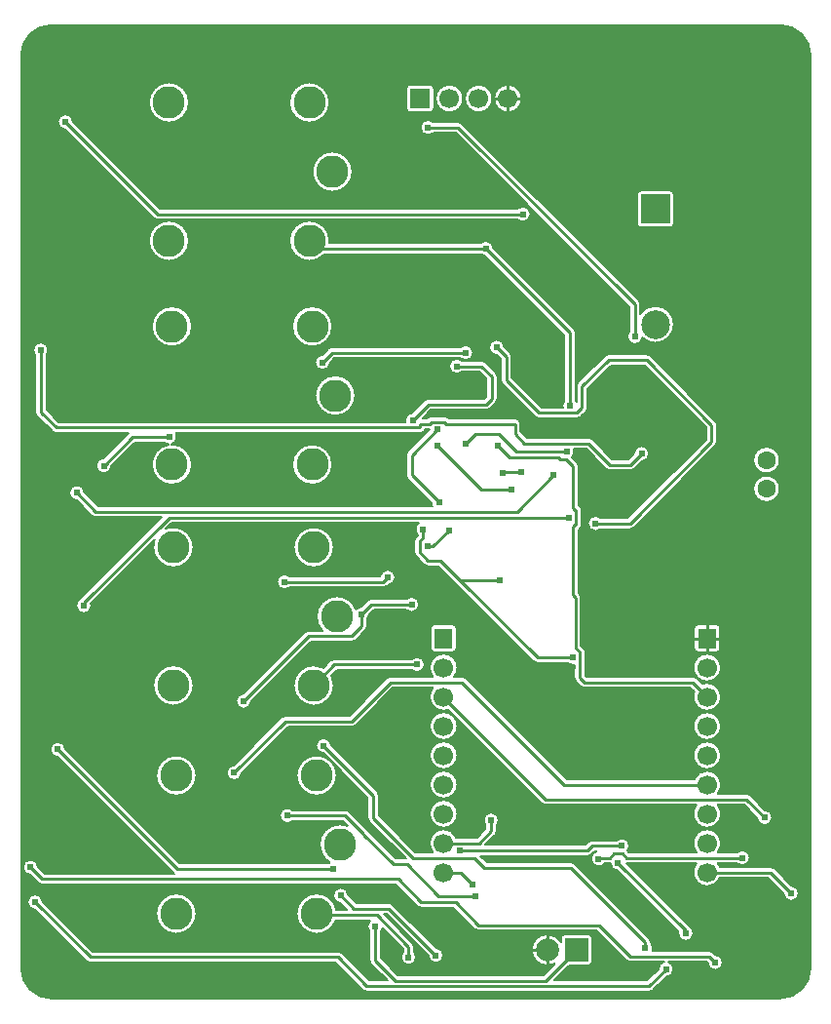
<source format=gbl>
G04 Layer: BottomLayer*
G04 EasyEDA Pro v2.1.35.b8f67982.0908df, 2024-06-03 14:47:18*
G04 Gerber Generator version 0.3*
G04 Scale: 100 percent, Rotated: No, Reflected: No*
G04 Dimensions in millimeters*
G04 Leading zeros omitted, absolute positions, 3 integers and 3 decimals*
%FSLAX33Y33*%
%MOMM*%
%ADD8191C,0.203*%
%ADD10C,0.254*%
%ADD11C,2.794*%
%ADD12R,1.575X1.7*%
%ADD13C,1.7*%
%ADD14R,2.0X2.0*%
%ADD15C,2.0051*%
%ADD16C,2.0*%
%ADD17C,1.6*%
%ADD18R,2.5X2.5*%
%ADD19C,2.5*%
%ADD20R,1.7X1.7*%
%ADD21C,0.61*%
G75*


G04 Copper Start*
G36*
G01X16462Y-88796D02*
G02X13820Y-86154I0J2642D01*
G01Y-6937D01*
G02X16462Y-4295I2642J0D01*
G01X79804D01*
G02X82446Y-6937I0J-2642D01*
G01Y-86154D01*
G02X79804Y-88796I-2642J0D01*
G01X16462D01*
G37*
%LPC*%
G36*
G01X73452Y-63819D02*
G03X74660Y-62611I0J1208D01*
G03X73452Y-61403I-1208J0D01*
G03X73013Y-61486I0J-1208D01*
G01X72525Y-60998D01*
G03X72182Y-60856I-343J-343D01*
G01X62975D01*
G01X62877Y-60758D01*
G01Y-60250D01*
G03X62880Y-60198I-482J52D01*
G01Y-58725D01*
G03X62737Y-58382I-485J0D01*
G01X62496Y-58141D01*
G01Y-54009D01*
G03X62354Y-53666I-485J0D01*
G01X62270Y-53581D01*
G01Y-48109D01*
G03X62550Y-47669I-205J440D01*
G01Y-46397D01*
G03X62270Y-45957I-485J0D01*
G01Y-42553D01*
G03X62127Y-42209I-485J0D01*
G01X61717Y-41799D01*
G03X61911Y-41330I-469J469D01*
G03X61864Y-41084I-663J0D01*
G01X62925D01*
G01X64652Y-42811D01*
G03X64995Y-42953I343J343D01*
G01X66774D01*
G03X67117Y-42811I0J485D01*
G01X67777Y-42151D01*
G03X68417Y-41488I-23J663D01*
G03X67754Y-40825I-663J0D01*
G03X67091Y-41464I0J-663D01*
G01X66573Y-41982D01*
G01X65196D01*
G01X63469Y-40256D01*
G03X63126Y-40114I-343J-343D01*
G01X57789D01*
G01X57231Y-39555D01*
G01Y-38914D01*
G03X56746Y-38429I-485J0D01*
G01X51051D01*
G03X50683Y-38259I-368J-316D01*
G01X49411D01*
G03X49042Y-38429I0J-485D01*
G01X48730D01*
G01X49462Y-37696D01*
G01X54261D01*
G03X54604Y-37554I0J485D01*
G01X55080Y-37078D01*
G03X55222Y-36735I-343J343D01*
G01Y-34798D01*
G03X55080Y-34455I-485J0D01*
G01X54191Y-33566D01*
G03X53848Y-33424I-343J-343D01*
G01X52141D01*
G03X51689Y-33246I-452J-485D01*
G03X51026Y-33909I0J-663D01*
G03X51689Y-34572I663J0D01*
G03X52141Y-34394I0J663D01*
G01X53647D01*
G01X54252Y-34999D01*
G01Y-36534D01*
G01X54060Y-36726D01*
G01X49261D01*
G03X48918Y-36868I0J-485D01*
G01X47849Y-37937D01*
G03X47209Y-38600I23J-663D01*
G03X47227Y-38751I663J0D01*
G01X17085D01*
G01X16024Y-37690D01*
G01Y-32956D01*
G03X16202Y-32504I-485J452D01*
G03X15539Y-31841I-663J0D01*
G03X14876Y-32504I0J-663D01*
G03X15054Y-32956I663J0D01*
G01Y-37891D01*
G03X15196Y-38234I485J0D01*
G01X16541Y-39579D01*
G03X16884Y-39721I343J343D01*
G01X23153D01*
G01X20992Y-41882D01*
G03X20352Y-42545I23J-663D01*
G03X21015Y-43208I663J0D01*
G03X21678Y-42568I0J663D01*
G01X23712Y-40534D01*
G01X26256D01*
G03X26683Y-40712I452J485D01*
G03X25181Y-42448I253J-1737D01*
G03X26936Y-44204I1755J0D01*
G03X28691Y-42448I0J1755D01*
G03X26936Y-40693I-1755J0D01*
G03X26858Y-40695I0J-1755D01*
G03X27372Y-40049I-150J646D01*
G03X27285Y-39721I-663J0D01*
G01X48508D01*
G03X48965Y-39399I0J485D01*
G01X49342D01*
G01X47427Y-41313D01*
G03X47285Y-41657I343J-343D01*
G01Y-43376D01*
G03X47427Y-43719I485J0D01*
G01X49479Y-45770D01*
G03X49549Y-46045I663J23D01*
G01X20510D01*
G01X19332Y-44867D01*
G03X18669Y-44227I-663J-23D01*
G03X18006Y-44890I0J-663D01*
G03X18645Y-45553I663J0D01*
G01X19966Y-46873D01*
G03X20309Y-47015I343J343D01*
G01X26020D01*
G01X18933Y-54102D01*
G03X18864Y-54189I343J-343D01*
G03X18613Y-54708I412J-520D01*
G03X19276Y-55372I663J0D01*
G03X19939Y-54708I0J663D01*
G03X19906Y-54501I-663J0D01*
G01X25434Y-48973D01*
G03X25308Y-49627I1629J-653D01*
G03X27063Y-51382I1755J0D01*
G03X28818Y-49627I0J1755D01*
G03X27063Y-47871I-1755J0D01*
G03X26410Y-47997I0J-1755D01*
G01X26889Y-47518D01*
G01X48408D01*
G03X48100Y-48078I356J-560D01*
G03X48278Y-48530I663J0D01*
G01Y-48600D01*
G01X48154Y-48725D01*
G03X48012Y-49068I343J-343D01*
G01Y-50073D01*
G03X48154Y-50416I485J0D01*
G01X48863Y-51125D01*
G03X49206Y-51268I343J343D01*
G01X50095D01*
G01X51621Y-52794D01*
G01X58350Y-59523D01*
G03X58693Y-59665I343J343D01*
G01X61306D01*
G03X61758Y-59843I452J485D01*
G03X61909Y-59825I0J663D01*
G01Y-60146D01*
G03X61906Y-60198I482J-52D01*
G01Y-60958D01*
G03X62049Y-61302I485J0D01*
G01X62431Y-61684D01*
G03X62774Y-61826I343J343D01*
G01X71981D01*
G01X72327Y-62172D01*
G03X72244Y-62611I1125J-439D01*
G03X73452Y-63819I1208J0D01*
G37*
G36*
G01X43518Y-88066D02*
G03X43861Y-88208I343J343D01*
G01X68418D01*
G03X68761Y-88066I0J485D01*
G01X69902Y-86925D01*
G03X70542Y-86262I-23J663D01*
G03X70054Y-85623I-663J0D01*
G01X73420D01*
G01X73497Y-85699D01*
G03X74159Y-86339I663J23D01*
G03X74823Y-85676I0J663D01*
G03X74183Y-85013I-663J0D01*
G01X73964Y-84794D01*
G03X73621Y-84652I-343J-343D01*
G01X68690D01*
G03X68744Y-84391I-609J261D01*
G03X68566Y-83939I-663J0D01*
G01Y-83936D01*
G03X68424Y-83593I-485J0D01*
G01X61945Y-77115D01*
G03X61602Y-76973I-343J-343D01*
G01X54308D01*
G01X53766Y-76431D01*
G01X63069D01*
G03X63412Y-76289I0J485D01*
G01X63671Y-76029D01*
G01X63846D01*
G03X63353Y-76670I170J-641D01*
G03X64016Y-77333I663J0D01*
G03X64548Y-77066I0J663D01*
G01X64988D01*
G03X65050Y-77062I0J485D01*
G03X65689Y-77702I663J23D01*
G01X70959Y-82972D01*
G03X70933Y-83157I637J-185D01*
G03X71596Y-83821I663J0D01*
G03X72259Y-83157I0J663D01*
G03X71963Y-82605I-663J0D01*
G03X71939Y-82580I-367J-318D01*
G01X66426Y-77066D01*
G01X66438D01*
G01X72534D01*
G03X72244Y-77851I918J-785D01*
G03X73452Y-79059I1208J0D01*
G03X74558Y-78336I0J1208D01*
G01X78737D01*
G01X80095Y-79695D01*
G03X80758Y-80335I663J23D01*
G03X81421Y-79671I0J663D01*
G03X80781Y-79009I-663J0D01*
G01X79281Y-77508D01*
G03X78938Y-77366I-343J-343D01*
G01X74558D01*
G03X74370Y-77066I-1106J-485D01*
G01X76065D01*
G03X76517Y-77244I452J485D01*
G03X77180Y-76581I0J663D01*
G03X76517Y-75918I-663J0D01*
G03X76065Y-76096I0J-663D01*
G01X74370D01*
G03X74660Y-75311I-918J785D01*
G03X73452Y-74103I-1208J0D01*
G03X72244Y-75311I0J-1208D01*
G03X72534Y-76096I1208J0D01*
G01X66639D01*
G01X66530Y-75987D01*
G03X66699Y-75544I-494J443D01*
G03X66036Y-74881I-663J0D01*
G03X65584Y-75059I0J-663D01*
G01X63471D01*
G03X63127Y-75201I0J-485D01*
G01X62868Y-75461D01*
G01X54190D01*
G01X55028Y-74623D01*
G03X55170Y-74280I-343J343D01*
G01Y-73774D01*
G03X55348Y-73322I-485J452D01*
G03X54685Y-72659I-663J0D01*
G03X54022Y-73322I0J-663D01*
G03X54200Y-73774I663J0D01*
G01Y-74079D01*
G01X53453Y-74826D01*
G01X51652D01*
G03X50546Y-74103I-1106J-485D01*
G03X49338Y-75311I0J-1208D01*
G03X49628Y-76096I1208J0D01*
G01X48091D01*
G01X44914Y-72919D01*
G01Y-71163D01*
G03X44772Y-70820I-485J0D01*
G01X40782Y-66830D01*
G03X40119Y-66190I-663J-23D01*
G03X39456Y-66853I0J-663D01*
G03X40096Y-67516I663J0D01*
G01X43944Y-71364D01*
G01Y-73120D01*
G03X44086Y-73463I485J0D01*
G01X47281Y-76658D01*
G01X46363D01*
G01X44056Y-74351D01*
G03X43951Y-74194I-448J-186D01*
G01X42337Y-72579D01*
G03X41994Y-72437I-343J-343D01*
G01X37425D01*
G03X36973Y-72259I-452J-485D01*
G03X36310Y-72923I0J-663D01*
G03X36973Y-73586I663J0D01*
G03X37425Y-73408I0J663D01*
G01X41793D01*
G01X42211Y-73826D01*
G03X41517Y-73683I-694J-1612D01*
G03X39762Y-75438I0J-1755D01*
G03X40674Y-76977I1755J0D01*
G03X40519Y-77085I297J-593D01*
G01X27614D01*
G01X17687Y-67158D01*
G03X17025Y-66518I-663J-23D01*
G03X16361Y-67181I0J-663D01*
G03X17001Y-67844I663J0D01*
G01X27070Y-77913D01*
G03X27115Y-77953I343J343D01*
G01X15875D01*
G01X15311Y-77389D01*
G03X14648Y-76749I-663J-23D01*
G03X13985Y-77412I0J-663D01*
G03X14625Y-78075I663J0D01*
G01X15331Y-78781D01*
G03X15674Y-78923I343J343D01*
G01X46388D01*
G01X48233Y-80768D01*
G03X48576Y-80910I343J343D01*
G01X51405D01*
G01X53262Y-82767D01*
G03X53605Y-82909I343J343D01*
G01X63830D01*
G01X66402Y-85481D01*
G03X66745Y-85623I343J343D01*
G01X69704D01*
G03X69216Y-86239I175J-640D01*
G01X68217Y-87238D01*
G01X60133D01*
G01X61431Y-85940D01*
G01X63103D01*
G03X63461Y-85582I0J358D01*
G01Y-83582D01*
G03X63103Y-83224I-358J0D01*
G01X61103D01*
G03X60745Y-83582I0J-358D01*
G01Y-83913D01*
G03X59563Y-83224I-1182J-669D01*
G03X58205Y-84582I0J-1358D01*
G03X59563Y-85940I1358J0D01*
G03X60239Y-85760I0J1358D01*
G01X59228Y-86771D01*
G01X46563D01*
G01X45084Y-85292D01*
G01Y-83002D01*
G03X45232Y-82748I-485J452D01*
G01X47021Y-84538D01*
G01Y-84778D01*
G03X46843Y-85230I485J-452D01*
G03X47507Y-85893I663J0D01*
G03X48170Y-85230I0J663D01*
G03X47992Y-84778I-663J0D01*
G01Y-84337D01*
G03X47850Y-83994I-485J0D01*
G01X45333Y-81477D01*
G01X45605D01*
G01X49211Y-85084D01*
G03X49874Y-85723I663J23D01*
G03X50537Y-85060I0J663D01*
G03X49897Y-84398I-663J0D01*
G01X46149Y-80649D01*
G03X45806Y-80507I-343J-343D01*
G01X42948D01*
G01X42273Y-79832D01*
G03X41610Y-79192I-663J-23D01*
G03X40947Y-79855I0J-663D01*
G03X41587Y-80518I663J0D01*
G01X42143Y-81074D01*
G01X41234D01*
G03X39517Y-79683I-1717J-364D01*
G03X37762Y-81438I0J-1755D01*
G03X39517Y-83193I1755J0D01*
G03X41164Y-82044I0J1755D01*
G01X44169D01*
G03X43936Y-82549I430J-505D01*
G03X44114Y-83002I663J0D01*
G01Y-85493D01*
G03X44256Y-85836I485J0D01*
G01X45658Y-87238D01*
G01X44062D01*
G01X41690Y-84865D01*
G03X41347Y-84723I-343J-343D01*
G01X20032D01*
G01X15705Y-80396D01*
G03X15042Y-79756I-663J-23D01*
G03X14379Y-80419I0J-663D01*
G03X15019Y-81082I663J0D01*
G01X19488Y-85551D01*
G03X19831Y-85693I343J343D01*
G01X41146D01*
G01X43518Y-88066D01*
G37*
G36*
G01X63084Y-47563D02*
G03X63747Y-48226I663J0D01*
G03X64199Y-48048I0J663D01*
G01X66741D01*
G03X67084Y-47906I0J485D01*
G01X74180Y-40810D01*
G03X74323Y-40467I-343J343D01*
G01Y-38997D01*
G03X74180Y-38654I-485J0D01*
G01X68554Y-33028D01*
G03X68211Y-32886I-343J-343D01*
G01X64876D01*
G03X64533Y-33028I0J-485D01*
G01X62242Y-35319D01*
G03X62100Y-35662I343J-343D01*
G01Y-36957D01*
G03X62022Y-36856I-562J-351D01*
G01Y-31008D01*
G03X61880Y-30665I-485J0D01*
G01X54883Y-23668D01*
G03X54221Y-23028I-663J-23D01*
G03X53769Y-23206I0J-663D01*
G01X40627D01*
G03X40637Y-23018I-1745J188D01*
G03X38882Y-21263I-1755J0D01*
G03X37127Y-23018I0J-1755D01*
G03X38882Y-24773I1755J0D01*
G03X40201Y-24176I0J1755D01*
G01X53769D01*
G03X54197Y-24354I452J485D01*
G01X61052Y-31209D01*
G01Y-36856D01*
G03X60874Y-37308I485J-452D01*
G03X60894Y-37468I663J0D01*
G01X59036D01*
G01X56480Y-34911D01*
G01Y-33107D01*
G03X56337Y-32763I-485J0D01*
G01X55822Y-32248D01*
G03X55159Y-31608I-663J-23D01*
G03X54496Y-32271I0J-663D01*
G03X55136Y-32934I663J0D01*
G01X55509Y-33307D01*
G01Y-35112D01*
G03X55651Y-35455I485J0D01*
G01X58492Y-38296D01*
G03X58835Y-38438I343J343D01*
G01X62123D01*
G03X62466Y-38296I0J485D01*
G01X62928Y-37834D01*
G03X63070Y-37491I-343J343D01*
G01Y-35863D01*
G01X65077Y-33856D01*
G01X68010D01*
G01X73352Y-39198D01*
G01Y-40266D01*
G01X66540Y-47078D01*
G01X64199D01*
G03X63747Y-46900I-452J-485D01*
G03X63084Y-47563I0J-663D01*
G37*
G36*
G01X72244Y-72771D02*
G03X73452Y-73979I1208J0D01*
G03X74660Y-72771I0J1208D01*
G03X74370Y-71986I-1208J0D01*
G01X76659D01*
G01X77791Y-73119D01*
G03X78454Y-73758I663J23D01*
G03X79117Y-73095I0J663D01*
G03X78477Y-72432I-663J0D01*
G01X77203Y-71158D01*
G03X76860Y-71016I-343J-343D01*
G01X74370D01*
G03X74660Y-70231I-918J785D01*
G03X73452Y-69023I-1208J0D01*
G03X72346Y-69746I0J-1208D01*
G01X61253D01*
G01X52505Y-60998D01*
G03X52162Y-60856I-343J-343D01*
G01X51464D01*
G03X51754Y-60071I-918J785D01*
G03X50546Y-58863I-1208J0D01*
G03X49338Y-60071I0J-1208D01*
G03X49628Y-60856I1208J0D01*
G01X45946D01*
G03X45603Y-60998I0J-485D01*
G01X42355Y-64246D01*
G01X36821D01*
G03X36477Y-64388I0J-485D01*
G01X32323Y-68543D01*
G03X31683Y-69206I23J-663D01*
G03X32346Y-69869I663J0D01*
G03X33009Y-69229I0J663D01*
G01X37021Y-65217D01*
G01X42556D01*
G03X42899Y-65075I0J485D01*
G01X46147Y-61826D01*
G01X49628D01*
G03X49338Y-62611I918J-785D01*
G03X50546Y-63819I1208J0D01*
G03X50985Y-63736I0J1208D01*
G01X59093Y-71844D01*
G03X59436Y-71986I343J343D01*
G01X72534D01*
G03X72244Y-72771I918J-785D01*
G37*
G36*
G01X67168Y-32011D02*
G03X67828Y-31414I0J663D01*
G03X68961Y-31881I1133J1141D01*
G03X70569Y-30273I0J1608D01*
G03X68961Y-28665I-1608J0D01*
G03X67653Y-29337I0J-1608D01*
G01Y-28560D01*
G03X67511Y-28217I-485J0D01*
G01X52133Y-12839D01*
G03X51790Y-12697I-343J-343D01*
G01X49646D01*
G03X49194Y-12518I-452J-485D01*
G03X48530Y-13182I0J-663D01*
G03X49194Y-13845I663J0D01*
G03X49646Y-13667I0J663D01*
G01X51589D01*
G01X66683Y-28761D01*
G01Y-30896D01*
G03X66505Y-31348I485J-452D01*
G03X67168Y-32011I663J0D01*
G37*
G36*
G01X56993Y-21193D02*
G03X57445Y-21371I452J485D01*
G03X58108Y-20708I0J663D01*
G03X57445Y-20045I-663J0D01*
G03X56993Y-20223I0J-663D01*
G01X25899D01*
G01X18344Y-12669D01*
G03X17682Y-12029I-663J-23D01*
G03X17018Y-12692I0J-663D01*
G03X17658Y-13355I663J0D01*
G01X25355Y-21051D01*
G03X25698Y-21193I343J343D01*
G01X56993D01*
G37*
G36*
G01X32512Y-62988D02*
G03X33175Y-63652I663J0D01*
G03X33838Y-63012I0J663D01*
G01X39008Y-57842D01*
G01X42525D01*
G03X42868Y-57700I0J485D01*
G01X43751Y-56816D01*
G03X43893Y-56473I-343J343D01*
G01Y-55909D01*
G03X44071Y-55480I-485J452D01*
G01X44479Y-55072D01*
G01X47320D01*
G03X47772Y-55250I452J485D01*
G03X48435Y-54587I0J663D01*
G03X47772Y-53924I-663J0D01*
G03X47320Y-54102I0J-663D01*
G01X44278D01*
G03X43935Y-54244I0J-485D01*
G01X43385Y-54794D01*
G03X42910Y-55019I23J-663D01*
G03X41263Y-53871I-1647J-607D01*
G03X39508Y-55626I0J-1755D01*
G03X40026Y-56871I1755J0D01*
G01X38807D01*
G03X38464Y-57013I0J-485D01*
G01X33152Y-62326D01*
G03X32512Y-62988I23J-663D01*
G37*
G36*
G01X39263Y-63381D02*
G03X41018Y-61626I0J1755D01*
G03X40799Y-60776I-1755J0D01*
G01X41278Y-60297D01*
G01X47797D01*
G03X48249Y-60475I452J485D01*
G03X48912Y-59812I0J663D01*
G03X48249Y-59149I-663J0D01*
G03X47797Y-59327I0J-663D01*
G01X41077D01*
G03X40734Y-59469I0J-485D01*
G01X40113Y-60090D01*
G03X39263Y-59871I-850J-1536D01*
G03X37508Y-61626I0J-1755D01*
G03X39263Y-63381I1755J0D01*
G37*
G36*
G01X39362Y-33575D02*
G03X40025Y-34238I663J0D01*
G03X40688Y-33598I0J663D01*
G01X41072Y-33214D01*
G01X52011D01*
G03X52463Y-33392I452J485D01*
G03X53126Y-32729I0J663D01*
G03X52463Y-32066I-663J0D01*
G03X52011Y-32244I0J-663D01*
G01X40871D01*
G03X40528Y-32386I0J-485D01*
G01X40002Y-32912D01*
G03X39362Y-33575I23J-663D01*
G37*
G36*
G01X36719Y-53289D02*
G03X37171Y-53111I0J663D01*
G01X45309D01*
G03X45652Y-52969I0J485D01*
G01X45714Y-52908D01*
G03X46354Y-52245I-23J663D01*
G03X45691Y-51582I-663J0D01*
G03X45036Y-52141I0J-663D01*
G01X37171D01*
G03X36719Y-51963I-452J-485D01*
G03X36056Y-52626I0J-663D01*
G03X36719Y-53289I663J0D01*
G37*
G36*
G01X25562Y-69439D02*
G03X27317Y-71194I1755J0D01*
G03X29072Y-69439I0J1755D01*
G03X27317Y-67683I-1755J0D01*
G03X25562Y-69439I0J-1755D01*
G37*
G36*
G01X27317Y-83193D02*
G03X29072Y-81437I0J1755D01*
G03X27317Y-79682I-1755J0D01*
G03X25562Y-81437I0J-1755D01*
G03X27317Y-83193I1755J0D01*
G37*
G36*
G01X39517Y-71193D02*
G03X41272Y-69438I0J1755D01*
G03X39517Y-67683I-1755J0D01*
G03X37762Y-69438I0J-1755D01*
G03X39517Y-71193I1755J0D01*
G37*
G36*
G01X37381Y-42449D02*
G03X39136Y-44204I1755J0D01*
G03X40891Y-42449I0J1755D01*
G03X39136Y-40694I-1755J0D01*
G03X37381Y-42449I0J-1755D01*
G37*
G36*
G01X26936Y-32205D02*
G03X28691Y-30450I0J1755D01*
G03X26936Y-28694I-1755J0D01*
G03X25181Y-30450I0J-1755D01*
G03X26936Y-32205I1755J0D01*
G37*
G36*
G01X37381Y-30449D02*
G03X39136Y-32204I1755J0D01*
G03X40891Y-30449I0J1755D01*
G03X39136Y-28694I-1755J0D01*
G03X37381Y-30449I0J-1755D01*
G37*
G36*
G01X40882Y-18773D02*
G03X42637Y-17018I0J1755D01*
G03X40882Y-15263I-1755J0D01*
G03X39127Y-17018I0J-1755D01*
G03X40882Y-18773I1755J0D01*
G37*
G36*
G01X26682Y-24773D02*
G03X28437Y-23017I0J1755D01*
G03X26682Y-21262I-1755J0D01*
G03X24927Y-23017I0J-1755D01*
G03X26682Y-24773I1755J0D01*
G37*
G36*
G01X25308Y-61625D02*
G03X27063Y-63381I1755J0D01*
G03X28818Y-61625I0J1755D01*
G03X27063Y-59870I-1755J0D01*
G03X25308Y-61625I0J-1755D01*
G37*
G36*
G01X39263Y-51381D02*
G03X41018Y-49626I0J1755D01*
G03X39263Y-47871I-1755J0D01*
G03X37508Y-49626I0J-1755D01*
G03X39263Y-51381I1755J0D01*
G37*
G36*
G01X26682Y-12774D02*
G03X28437Y-11019I0J1755D01*
G03X26682Y-9263I-1755J0D01*
G03X24927Y-11019I0J-1755D01*
G03X26682Y-12774I1755J0D01*
G37*
G36*
G01X37127Y-11018D02*
G03X38882Y-12773I1755J0D01*
G03X40637Y-11018I0J1755D01*
G03X38882Y-9263I-1755J0D01*
G03X37127Y-11018I0J-1755D01*
G37*
G36*
G01X39381Y-36449D02*
G03X41136Y-38204I1755J0D01*
G03X42891Y-36449I0J1755D01*
G03X41136Y-34694I-1755J0D01*
G03X39381Y-36449I0J-1755D01*
G37*
G36*
G01X67353Y-21523D02*
G03X67711Y-21881I358J0D01*
G01X70211D01*
G03X70569Y-21523I0J358D01*
G01Y-19023D01*
G03X70211Y-18665I-358J0D01*
G01X67711D01*
G03X67353Y-19023I0J-358D01*
G01Y-21523D01*
G37*
G36*
G01X54926Y-10668D02*
G03X56134Y-11876I1208J0D01*
G03X57342Y-10668I0J1208D01*
G03X56134Y-9460I-1208J0D01*
G03X54926Y-10668I0J-1208D01*
G37*
G36*
G01X49364Y-11876D02*
G03X49722Y-11518I0J358D01*
G01Y-9818D01*
G03X49364Y-9460I-358J0D01*
G01X47664D01*
G03X47306Y-9818I0J-358D01*
G01Y-11518D01*
G03X47664Y-11876I358J0D01*
G01X49364D01*
G37*
G36*
G01X52386Y-10668D02*
G03X53594Y-11876I1208J0D01*
G03X54802Y-10668I0J1208D01*
G03X53594Y-9460I-1208J0D01*
G03X52386Y-10668I0J-1208D01*
G37*
G36*
G01X51054Y-11876D02*
G03X52262Y-10668I0J1208D01*
G03X51054Y-9460I-1208J0D01*
G03X49846Y-10668I0J-1208D01*
G03X51054Y-11876I1208J0D01*
G37*
G36*
G01X49338Y-65151D02*
G03X50546Y-66359I1208J0D01*
G03X51754Y-65151I0J1208D01*
G03X50546Y-63943I-1208J0D01*
G03X49338Y-65151I0J-1208D01*
G37*
G36*
G01X49338Y-67691D02*
G03X50546Y-68899I1208J0D01*
G03X51754Y-67691I0J1208D01*
G03X50546Y-66483I-1208J0D01*
G03X49338Y-67691I0J-1208D01*
G37*
G36*
G01X50546Y-71439D02*
G03X51754Y-70231I0J1208D01*
G03X50546Y-69023I-1208J0D01*
G03X49338Y-70231I0J-1208D01*
G03X50546Y-71439I1208J0D01*
G37*
G36*
G01X50546Y-73979D02*
G03X51754Y-72771I0J1208D01*
G03X50546Y-71563I-1208J0D01*
G03X49338Y-72771I0J-1208D01*
G03X50546Y-73979I1208J0D01*
G37*
G36*
G01X73452Y-61279D02*
G03X74660Y-60071I0J1208D01*
G03X73452Y-58863I-1208J0D01*
G03X72244Y-60071I0J-1208D01*
G03X73452Y-61279I1208J0D01*
G37*
G36*
G01X73452Y-66359D02*
G03X74660Y-65151I0J1208D01*
G03X73452Y-63943I-1208J0D01*
G03X72244Y-65151I0J-1208D01*
G03X73452Y-66359I1208J0D01*
G37*
G36*
G01X73452Y-68899D02*
G03X74660Y-67691I0J1208D01*
G03X73452Y-66483I-1208J0D01*
G03X72244Y-67691I0J-1208D01*
G03X73452Y-68899I1208J0D01*
G37*
G36*
G01X72306Y-58381D02*
G03X72665Y-58739I358J0D01*
G01X74239D01*
G03X74598Y-58381I0J358D01*
G01Y-56681D01*
G03X74239Y-56323I-358J0D01*
G01X72665D01*
G03X72306Y-56681I0J-358D01*
G01Y-58381D01*
G37*
G36*
G01X49400Y-58381D02*
G03X49759Y-58739I358J0D01*
G01X51333D01*
G03X51692Y-58381I0J358D01*
G01Y-56681D01*
G03X51333Y-56323I-358J0D01*
G01X49759D01*
G03X49400Y-56681I0J-358D01*
G01Y-58381D01*
G37*
G36*
G01X78613Y-45715D02*
G03X79771Y-44557I0J1158D01*
G03X78613Y-43399I-1158J0D01*
G03X77455Y-44557I0J-1158D01*
G03X78613Y-45715I1158J0D01*
G37*
G36*
G01X77455Y-42057D02*
G03X78613Y-43215I1158J0D01*
G03X79771Y-42057I0J1158D01*
G03X78613Y-40899I-1158J0D01*
G03X77455Y-42057I0J-1158D01*
G37*
%LPD*%
G54D8191*
G01X16462Y-88796D02*
G02X13820Y-86154I0J2642D01*
G01Y-6937D01*
G02X16462Y-4295I2642J0D01*
G01X79804D01*
G02X82446Y-6937I0J-2642D01*
G01Y-86154D01*
G02X79804Y-88796I-2642J0D01*
G01X16462D01*
G01X73452Y-63819D02*
G03X74660Y-62611I0J1208D01*
G03X73452Y-61403I-1208J0D01*
G03X73013Y-61486I0J-1208D01*
G01X72525Y-60998D01*
G03X72182Y-60856I-343J-343D01*
G01X62975D01*
G01X62877Y-60758D01*
G01Y-60250D01*
G03X62880Y-60198I-482J52D01*
G01Y-58725D01*
G03X62737Y-58382I-485J0D01*
G01X62496Y-58141D01*
G01Y-54009D01*
G03X62354Y-53666I-485J0D01*
G01X62270Y-53581D01*
G01Y-48109D01*
G03X62550Y-47669I-205J440D01*
G01Y-46397D01*
G03X62270Y-45957I-485J0D01*
G01Y-42553D01*
G03X62127Y-42209I-485J0D01*
G01X61717Y-41799D01*
G03X61911Y-41330I-469J469D01*
G03X61864Y-41084I-663J0D01*
G01X62925D01*
G01X64652Y-42811D01*
G03X64995Y-42953I343J343D01*
G01X66774D01*
G03X67117Y-42811I0J485D01*
G01X67777Y-42151D01*
G03X68417Y-41488I-23J663D01*
G03X67754Y-40825I-663J0D01*
G03X67091Y-41464I0J-663D01*
G01X66573Y-41982D01*
G01X65196D01*
G01X63469Y-40256D01*
G03X63126Y-40114I-343J-343D01*
G01X57789D01*
G01X57231Y-39555D01*
G01Y-38914D01*
G03X56746Y-38429I-485J0D01*
G01X51051D01*
G03X50683Y-38259I-368J-316D01*
G01X49411D01*
G03X49042Y-38429I0J-485D01*
G01X48730D01*
G01X49462Y-37696D01*
G01X54261D01*
G03X54604Y-37554I0J485D01*
G01X55080Y-37078D01*
G03X55222Y-36735I-343J343D01*
G01Y-34798D01*
G03X55080Y-34455I-485J0D01*
G01X54191Y-33566D01*
G03X53848Y-33424I-343J-343D01*
G01X52141D01*
G03X51689Y-33246I-452J-485D01*
G03X51026Y-33909I0J-663D01*
G03X51689Y-34572I663J0D01*
G03X52141Y-34394I0J663D01*
G01X53647D01*
G01X54252Y-34999D01*
G01Y-36534D01*
G01X54060Y-36726D01*
G01X49261D01*
G03X48918Y-36868I0J-485D01*
G01X47849Y-37937D01*
G03X47209Y-38600I23J-663D01*
G03X47227Y-38751I663J0D01*
G01X17085D01*
G01X16024Y-37690D01*
G01Y-32956D01*
G03X16202Y-32504I-485J452D01*
G03X15539Y-31841I-663J0D01*
G03X14876Y-32504I0J-663D01*
G03X15054Y-32956I663J0D01*
G01Y-37891D01*
G03X15196Y-38234I485J0D01*
G01X16541Y-39579D01*
G03X16884Y-39721I343J343D01*
G01X23153D01*
G01X20992Y-41882D01*
G03X20352Y-42545I23J-663D01*
G03X21015Y-43208I663J0D01*
G03X21678Y-42568I0J663D01*
G01X23712Y-40534D01*
G01X26256D01*
G03X26683Y-40712I452J485D01*
G03X25181Y-42448I253J-1737D01*
G03X26936Y-44204I1755J0D01*
G03X28691Y-42448I0J1755D01*
G03X26936Y-40693I-1755J0D01*
G03X26858Y-40695I0J-1755D01*
G03X27372Y-40049I-150J646D01*
G03X27285Y-39721I-663J0D01*
G01X48508D01*
G03X48965Y-39399I0J485D01*
G01X49342D01*
G01X47427Y-41313D01*
G03X47285Y-41657I343J-343D01*
G01Y-43376D01*
G03X47427Y-43719I485J0D01*
G01X49479Y-45770D01*
G03X49549Y-46045I663J23D01*
G01X20510D01*
G01X19332Y-44867D01*
G03X18669Y-44227I-663J-23D01*
G03X18006Y-44890I0J-663D01*
G03X18645Y-45553I663J0D01*
G01X19966Y-46873D01*
G03X20309Y-47015I343J343D01*
G01X26020D01*
G01X18933Y-54102D01*
G03X18864Y-54189I343J-343D01*
G03X18613Y-54708I412J-520D01*
G03X19276Y-55372I663J0D01*
G03X19939Y-54708I0J663D01*
G03X19906Y-54501I-663J0D01*
G01X25434Y-48973D01*
G03X25308Y-49627I1629J-653D01*
G03X27063Y-51382I1755J0D01*
G03X28818Y-49627I0J1755D01*
G03X27063Y-47871I-1755J0D01*
G03X26410Y-47997I0J-1755D01*
G01X26889Y-47518D01*
G01X48408D01*
G03X48100Y-48078I356J-560D01*
G03X48278Y-48530I663J0D01*
G01Y-48600D01*
G01X48154Y-48725D01*
G03X48012Y-49068I343J-343D01*
G01Y-50073D01*
G03X48154Y-50416I485J0D01*
G01X48863Y-51125D01*
G03X49206Y-51268I343J343D01*
G01X50095D01*
G01X51621Y-52794D01*
G01X58350Y-59523D01*
G03X58693Y-59665I343J343D01*
G01X61306D01*
G03X61758Y-59843I452J485D01*
G03X61909Y-59825I0J663D01*
G01Y-60146D01*
G03X61906Y-60198I482J-52D01*
G01Y-60958D01*
G03X62049Y-61302I485J0D01*
G01X62431Y-61684D01*
G03X62774Y-61826I343J343D01*
G01X71981D01*
G01X72327Y-62172D01*
G03X72244Y-62611I1125J-439D01*
G03X73452Y-63819I1208J0D01*
G01X43518Y-88066D02*
G03X43861Y-88208I343J343D01*
G01X68418D01*
G03X68761Y-88066I0J485D01*
G01X69902Y-86925D01*
G03X70542Y-86262I-23J663D01*
G03X70054Y-85623I-663J0D01*
G01X73420D01*
G01X73497Y-85699D01*
G03X74159Y-86339I663J23D01*
G03X74823Y-85676I0J663D01*
G03X74183Y-85013I-663J0D01*
G01X73964Y-84794D01*
G03X73621Y-84652I-343J-343D01*
G01X68690D01*
G03X68744Y-84391I-609J261D01*
G03X68566Y-83939I-663J0D01*
G01Y-83936D01*
G03X68424Y-83593I-485J0D01*
G01X61945Y-77115D01*
G03X61602Y-76973I-343J-343D01*
G01X54308D01*
G01X53766Y-76431D01*
G01X63069D01*
G03X63412Y-76289I0J485D01*
G01X63671Y-76029D01*
G01X63846D01*
G03X63353Y-76670I170J-641D01*
G03X64016Y-77333I663J0D01*
G03X64548Y-77066I0J663D01*
G01X64988D01*
G03X65050Y-77062I0J485D01*
G03X65689Y-77702I663J23D01*
G01X70959Y-82972D01*
G03X70933Y-83157I637J-185D01*
G03X71596Y-83821I663J0D01*
G03X72259Y-83157I0J663D01*
G03X71963Y-82605I-663J0D01*
G03X71939Y-82580I-367J-318D01*
G01X66426Y-77066D01*
G01X66438D01*
G01X72534D01*
G03X72244Y-77851I918J-785D01*
G03X73452Y-79059I1208J0D01*
G03X74558Y-78336I0J1208D01*
G01X78737D01*
G01X80095Y-79695D01*
G03X80758Y-80335I663J23D01*
G03X81421Y-79671I0J663D01*
G03X80781Y-79009I-663J0D01*
G01X79281Y-77508D01*
G03X78938Y-77366I-343J-343D01*
G01X74558D01*
G03X74370Y-77066I-1106J-485D01*
G01X76065D01*
G03X76517Y-77244I452J485D01*
G03X77180Y-76581I0J663D01*
G03X76517Y-75918I-663J0D01*
G03X76065Y-76096I0J-663D01*
G01X74370D01*
G03X74660Y-75311I-918J785D01*
G03X73452Y-74103I-1208J0D01*
G03X72244Y-75311I0J-1208D01*
G03X72534Y-76096I1208J0D01*
G01X66639D01*
G01X66530Y-75987D01*
G03X66699Y-75544I-494J443D01*
G03X66036Y-74881I-663J0D01*
G03X65584Y-75059I0J-663D01*
G01X63471D01*
G03X63127Y-75201I0J-485D01*
G01X62868Y-75461D01*
G01X54190D01*
G01X55028Y-74623D01*
G03X55170Y-74280I-343J343D01*
G01Y-73774D01*
G03X55348Y-73322I-485J452D01*
G03X54685Y-72659I-663J0D01*
G03X54022Y-73322I0J-663D01*
G03X54200Y-73774I663J0D01*
G01Y-74079D01*
G01X53453Y-74826D01*
G01X51652D01*
G03X50546Y-74103I-1106J-485D01*
G03X49338Y-75311I0J-1208D01*
G03X49628Y-76096I1208J0D01*
G01X48091D01*
G01X44914Y-72919D01*
G01Y-71163D01*
G03X44772Y-70820I-485J0D01*
G01X40782Y-66830D01*
G03X40119Y-66190I-663J-23D01*
G03X39456Y-66853I0J-663D01*
G03X40096Y-67516I663J0D01*
G01X43944Y-71364D01*
G01Y-73120D01*
G03X44086Y-73463I485J0D01*
G01X47281Y-76658D01*
G01X46363D01*
G01X44056Y-74351D01*
G03X43951Y-74194I-448J-186D01*
G01X42337Y-72579D01*
G03X41994Y-72437I-343J-343D01*
G01X37425D01*
G03X36973Y-72259I-452J-485D01*
G03X36310Y-72923I0J-663D01*
G03X36973Y-73586I663J0D01*
G03X37425Y-73408I0J663D01*
G01X41793D01*
G01X42211Y-73826D01*
G03X41517Y-73683I-694J-1612D01*
G03X39762Y-75438I0J-1755D01*
G03X40674Y-76977I1755J0D01*
G03X40519Y-77085I297J-593D01*
G01X27614D01*
G01X17687Y-67158D01*
G03X17025Y-66518I-663J-23D01*
G03X16361Y-67181I0J-663D01*
G03X17001Y-67844I663J0D01*
G01X27070Y-77913D01*
G03X27115Y-77953I343J343D01*
G01X15875D01*
G01X15311Y-77389D01*
G03X14648Y-76749I-663J-23D01*
G03X13985Y-77412I0J-663D01*
G03X14625Y-78075I663J0D01*
G01X15331Y-78781D01*
G03X15674Y-78923I343J343D01*
G01X46388D01*
G01X48233Y-80768D01*
G03X48576Y-80910I343J343D01*
G01X51405D01*
G01X53262Y-82767D01*
G03X53605Y-82909I343J343D01*
G01X63830D01*
G01X66402Y-85481D01*
G03X66745Y-85623I343J343D01*
G01X69704D01*
G03X69216Y-86239I175J-640D01*
G01X68217Y-87238D01*
G01X60133D01*
G01X61431Y-85940D01*
G01X63103D01*
G03X63461Y-85582I0J358D01*
G01Y-83582D01*
G03X63103Y-83224I-358J0D01*
G01X61103D01*
G03X60745Y-83582I0J-358D01*
G01Y-83913D01*
G03X59563Y-83224I-1182J-669D01*
G03X58205Y-84582I0J-1358D01*
G03X59563Y-85940I1358J0D01*
G03X60239Y-85760I0J1358D01*
G01X59228Y-86771D01*
G01X46563D01*
G01X45084Y-85292D01*
G01Y-83002D01*
G03X45232Y-82748I-485J452D01*
G01X47021Y-84538D01*
G01Y-84778D01*
G03X46843Y-85230I485J-452D01*
G03X47507Y-85893I663J0D01*
G03X48170Y-85230I0J663D01*
G03X47992Y-84778I-663J0D01*
G01Y-84337D01*
G03X47850Y-83994I-485J0D01*
G01X45333Y-81477D01*
G01X45605D01*
G01X49211Y-85084D01*
G03X49874Y-85723I663J23D01*
G03X50537Y-85060I0J663D01*
G03X49897Y-84398I-663J0D01*
G01X46149Y-80649D01*
G03X45806Y-80507I-343J-343D01*
G01X42948D01*
G01X42273Y-79832D01*
G03X41610Y-79192I-663J-23D01*
G03X40947Y-79855I0J-663D01*
G03X41587Y-80518I663J0D01*
G01X42143Y-81074D01*
G01X41234D01*
G03X39517Y-79683I-1717J-364D01*
G03X37762Y-81438I0J-1755D01*
G03X39517Y-83193I1755J0D01*
G03X41164Y-82044I0J1755D01*
G01X44169D01*
G03X43936Y-82549I430J-505D01*
G03X44114Y-83002I663J0D01*
G01Y-85493D01*
G03X44256Y-85836I485J0D01*
G01X45658Y-87238D01*
G01X44062D01*
G01X41690Y-84865D01*
G03X41347Y-84723I-343J-343D01*
G01X20032D01*
G01X15705Y-80396D01*
G03X15042Y-79756I-663J-23D01*
G03X14379Y-80419I0J-663D01*
G03X15019Y-81082I663J0D01*
G01X19488Y-85551D01*
G03X19831Y-85693I343J343D01*
G01X41146D01*
G01X43518Y-88066D01*
G01X63084Y-47563D02*
G03X63747Y-48226I663J0D01*
G03X64199Y-48048I0J663D01*
G01X66741D01*
G03X67084Y-47906I0J485D01*
G01X74180Y-40810D01*
G03X74323Y-40467I-343J343D01*
G01Y-38997D01*
G03X74180Y-38654I-485J0D01*
G01X68554Y-33028D01*
G03X68211Y-32886I-343J-343D01*
G01X64876D01*
G03X64533Y-33028I0J-485D01*
G01X62242Y-35319D01*
G03X62100Y-35662I343J-343D01*
G01Y-36957D01*
G03X62022Y-36856I-562J-351D01*
G01Y-31008D01*
G03X61880Y-30665I-485J0D01*
G01X54883Y-23668D01*
G03X54221Y-23028I-663J-23D01*
G03X53769Y-23206I0J-663D01*
G01X40627D01*
G03X40637Y-23018I-1745J188D01*
G03X38882Y-21263I-1755J0D01*
G03X37127Y-23018I0J-1755D01*
G03X38882Y-24773I1755J0D01*
G03X40201Y-24176I0J1755D01*
G01X53769D01*
G03X54197Y-24354I452J485D01*
G01X61052Y-31209D01*
G01Y-36856D01*
G03X60874Y-37308I485J-452D01*
G03X60894Y-37468I663J0D01*
G01X59036D01*
G01X56480Y-34911D01*
G01Y-33107D01*
G03X56337Y-32763I-485J0D01*
G01X55822Y-32248D01*
G03X55159Y-31608I-663J-23D01*
G03X54496Y-32271I0J-663D01*
G03X55136Y-32934I663J0D01*
G01X55509Y-33307D01*
G01Y-35112D01*
G03X55651Y-35455I485J0D01*
G01X58492Y-38296D01*
G03X58835Y-38438I343J343D01*
G01X62123D01*
G03X62466Y-38296I0J485D01*
G01X62928Y-37834D01*
G03X63070Y-37491I-343J343D01*
G01Y-35863D01*
G01X65077Y-33856D01*
G01X68010D01*
G01X73352Y-39198D01*
G01Y-40266D01*
G01X66540Y-47078D01*
G01X64199D01*
G03X63747Y-46900I-452J-485D01*
G03X63084Y-47563I0J-663D01*
G01X72244Y-72771D02*
G03X73452Y-73979I1208J0D01*
G03X74660Y-72771I0J1208D01*
G03X74370Y-71986I-1208J0D01*
G01X76659D01*
G01X77791Y-73119D01*
G03X78454Y-73758I663J23D01*
G03X79117Y-73095I0J663D01*
G03X78477Y-72432I-663J0D01*
G01X77203Y-71158D01*
G03X76860Y-71016I-343J-343D01*
G01X74370D01*
G03X74660Y-70231I-918J785D01*
G03X73452Y-69023I-1208J0D01*
G03X72346Y-69746I0J-1208D01*
G01X61253D01*
G01X52505Y-60998D01*
G03X52162Y-60856I-343J-343D01*
G01X51464D01*
G03X51754Y-60071I-918J785D01*
G03X50546Y-58863I-1208J0D01*
G03X49338Y-60071I0J-1208D01*
G03X49628Y-60856I1208J0D01*
G01X45946D01*
G03X45603Y-60998I0J-485D01*
G01X42355Y-64246D01*
G01X36821D01*
G03X36477Y-64388I0J-485D01*
G01X32323Y-68543D01*
G03X31683Y-69206I23J-663D01*
G03X32346Y-69869I663J0D01*
G03X33009Y-69229I0J663D01*
G01X37021Y-65217D01*
G01X42556D01*
G03X42899Y-65075I0J485D01*
G01X46147Y-61826D01*
G01X49628D01*
G03X49338Y-62611I918J-785D01*
G03X50546Y-63819I1208J0D01*
G03X50985Y-63736I0J1208D01*
G01X59093Y-71844D01*
G03X59436Y-71986I343J343D01*
G01X72534D01*
G03X72244Y-72771I918J-785D01*
G01X67168Y-32011D02*
G03X67828Y-31414I0J663D01*
G03X68961Y-31881I1133J1141D01*
G03X70569Y-30273I0J1608D01*
G03X68961Y-28665I-1608J0D01*
G03X67653Y-29337I0J-1608D01*
G01Y-28560D01*
G03X67511Y-28217I-485J0D01*
G01X52133Y-12839D01*
G03X51790Y-12697I-343J-343D01*
G01X49646D01*
G03X49194Y-12518I-452J-485D01*
G03X48530Y-13182I0J-663D01*
G03X49194Y-13845I663J0D01*
G03X49646Y-13667I0J663D01*
G01X51589D01*
G01X66683Y-28761D01*
G01Y-30896D01*
G03X66505Y-31348I485J-452D01*
G03X67168Y-32011I663J0D01*
G01X56993Y-21193D02*
G03X57445Y-21371I452J485D01*
G03X58108Y-20708I0J663D01*
G03X57445Y-20045I-663J0D01*
G03X56993Y-20223I0J-663D01*
G01X25899D01*
G01X18344Y-12669D01*
G03X17682Y-12029I-663J-23D01*
G03X17018Y-12692I0J-663D01*
G03X17658Y-13355I663J0D01*
G01X25355Y-21051D01*
G03X25698Y-21193I343J343D01*
G01X56993D01*
G01X32512Y-62988D02*
G03X33175Y-63652I663J0D01*
G03X33838Y-63012I0J663D01*
G01X39008Y-57842D01*
G01X42525D01*
G03X42868Y-57700I0J485D01*
G01X43751Y-56816D01*
G03X43893Y-56473I-343J343D01*
G01Y-55909D01*
G03X44071Y-55480I-485J452D01*
G01X44479Y-55072D01*
G01X47320D01*
G03X47772Y-55250I452J485D01*
G03X48435Y-54587I0J663D01*
G03X47772Y-53924I-663J0D01*
G03X47320Y-54102I0J-663D01*
G01X44278D01*
G03X43935Y-54244I0J-485D01*
G01X43385Y-54794D01*
G03X42910Y-55019I23J-663D01*
G03X41263Y-53871I-1647J-607D01*
G03X39508Y-55626I0J-1755D01*
G03X40026Y-56871I1755J0D01*
G01X38807D01*
G03X38464Y-57013I0J-485D01*
G01X33152Y-62326D01*
G03X32512Y-62988I23J-663D01*
G01X39263Y-63381D02*
G03X41018Y-61626I0J1755D01*
G03X40799Y-60776I-1755J0D01*
G01X41278Y-60297D01*
G01X47797D01*
G03X48249Y-60475I452J485D01*
G03X48912Y-59812I0J663D01*
G03X48249Y-59149I-663J0D01*
G03X47797Y-59327I0J-663D01*
G01X41077D01*
G03X40734Y-59469I0J-485D01*
G01X40113Y-60090D01*
G03X39263Y-59871I-850J-1536D01*
G03X37508Y-61626I0J-1755D01*
G03X39263Y-63381I1755J0D01*
G01X39362Y-33575D02*
G03X40025Y-34238I663J0D01*
G03X40688Y-33598I0J663D01*
G01X41072Y-33214D01*
G01X52011D01*
G03X52463Y-33392I452J485D01*
G03X53126Y-32729I0J663D01*
G03X52463Y-32066I-663J0D01*
G03X52011Y-32244I0J-663D01*
G01X40871D01*
G03X40528Y-32386I0J-485D01*
G01X40002Y-32912D01*
G03X39362Y-33575I23J-663D01*
G01X36719Y-53289D02*
G03X37171Y-53111I0J663D01*
G01X45309D01*
G03X45652Y-52969I0J485D01*
G01X45714Y-52908D01*
G03X46354Y-52245I-23J663D01*
G03X45691Y-51582I-663J0D01*
G03X45036Y-52141I0J-663D01*
G01X37171D01*
G03X36719Y-51963I-452J-485D01*
G03X36056Y-52626I0J-663D01*
G03X36719Y-53289I663J0D01*
G01X25562Y-69439D02*
G03X27317Y-71194I1755J0D01*
G03X29072Y-69439I0J1755D01*
G03X27317Y-67683I-1755J0D01*
G03X25562Y-69439I0J-1755D01*
G01X27317Y-83193D02*
G03X29072Y-81437I0J1755D01*
G03X27317Y-79682I-1755J0D01*
G03X25562Y-81437I0J-1755D01*
G03X27317Y-83193I1755J0D01*
G01X39517Y-71193D02*
G03X41272Y-69438I0J1755D01*
G03X39517Y-67683I-1755J0D01*
G03X37762Y-69438I0J-1755D01*
G03X39517Y-71193I1755J0D01*
G01X37381Y-42449D02*
G03X39136Y-44204I1755J0D01*
G03X40891Y-42449I0J1755D01*
G03X39136Y-40694I-1755J0D01*
G03X37381Y-42449I0J-1755D01*
G01X26936Y-32205D02*
G03X28691Y-30450I0J1755D01*
G03X26936Y-28694I-1755J0D01*
G03X25181Y-30450I0J-1755D01*
G03X26936Y-32205I1755J0D01*
G01X37381Y-30449D02*
G03X39136Y-32204I1755J0D01*
G03X40891Y-30449I0J1755D01*
G03X39136Y-28694I-1755J0D01*
G03X37381Y-30449I0J-1755D01*
G01X40882Y-18773D02*
G03X42637Y-17018I0J1755D01*
G03X40882Y-15263I-1755J0D01*
G03X39127Y-17018I0J-1755D01*
G03X40882Y-18773I1755J0D01*
G01X26682Y-24773D02*
G03X28437Y-23017I0J1755D01*
G03X26682Y-21262I-1755J0D01*
G03X24927Y-23017I0J-1755D01*
G03X26682Y-24773I1755J0D01*
G01X25308Y-61625D02*
G03X27063Y-63381I1755J0D01*
G03X28818Y-61625I0J1755D01*
G03X27063Y-59870I-1755J0D01*
G03X25308Y-61625I0J-1755D01*
G01X39263Y-51381D02*
G03X41018Y-49626I0J1755D01*
G03X39263Y-47871I-1755J0D01*
G03X37508Y-49626I0J-1755D01*
G03X39263Y-51381I1755J0D01*
G01X26682Y-12774D02*
G03X28437Y-11019I0J1755D01*
G03X26682Y-9263I-1755J0D01*
G03X24927Y-11019I0J-1755D01*
G03X26682Y-12774I1755J0D01*
G01X37127Y-11018D02*
G03X38882Y-12773I1755J0D01*
G03X40637Y-11018I0J1755D01*
G03X38882Y-9263I-1755J0D01*
G03X37127Y-11018I0J-1755D01*
G01X39381Y-36449D02*
G03X41136Y-38204I1755J0D01*
G03X42891Y-36449I0J1755D01*
G03X41136Y-34694I-1755J0D01*
G03X39381Y-36449I0J-1755D01*
G01X67353Y-21523D02*
G03X67711Y-21881I358J0D01*
G01X70211D01*
G03X70569Y-21523I0J358D01*
G01Y-19023D01*
G03X70211Y-18665I-358J0D01*
G01X67711D01*
G03X67353Y-19023I0J-358D01*
G01Y-21523D01*
G01X54926Y-10668D02*
G03X56134Y-11876I1208J0D01*
G03X57342Y-10668I0J1208D01*
G03X56134Y-9460I-1208J0D01*
G03X54926Y-10668I0J-1208D01*
G01X49364Y-11876D02*
G03X49722Y-11518I0J358D01*
G01Y-9818D01*
G03X49364Y-9460I-358J0D01*
G01X47664D01*
G03X47306Y-9818I0J-358D01*
G01Y-11518D01*
G03X47664Y-11876I358J0D01*
G01X49364D01*
G01X52386Y-10668D02*
G03X53594Y-11876I1208J0D01*
G03X54802Y-10668I0J1208D01*
G03X53594Y-9460I-1208J0D01*
G03X52386Y-10668I0J-1208D01*
G01X51054Y-11876D02*
G03X52262Y-10668I0J1208D01*
G03X51054Y-9460I-1208J0D01*
G03X49846Y-10668I0J-1208D01*
G03X51054Y-11876I1208J0D01*
G01X49338Y-65151D02*
G03X50546Y-66359I1208J0D01*
G03X51754Y-65151I0J1208D01*
G03X50546Y-63943I-1208J0D01*
G03X49338Y-65151I0J-1208D01*
G01X49338Y-67691D02*
G03X50546Y-68899I1208J0D01*
G03X51754Y-67691I0J1208D01*
G03X50546Y-66483I-1208J0D01*
G03X49338Y-67691I0J-1208D01*
G01X50546Y-71439D02*
G03X51754Y-70231I0J1208D01*
G03X50546Y-69023I-1208J0D01*
G03X49338Y-70231I0J-1208D01*
G03X50546Y-71439I1208J0D01*
G01X50546Y-73979D02*
G03X51754Y-72771I0J1208D01*
G03X50546Y-71563I-1208J0D01*
G03X49338Y-72771I0J-1208D01*
G03X50546Y-73979I1208J0D01*
G01X73452Y-61279D02*
G03X74660Y-60071I0J1208D01*
G03X73452Y-58863I-1208J0D01*
G03X72244Y-60071I0J-1208D01*
G03X73452Y-61279I1208J0D01*
G01X73452Y-66359D02*
G03X74660Y-65151I0J1208D01*
G03X73452Y-63943I-1208J0D01*
G03X72244Y-65151I0J-1208D01*
G03X73452Y-66359I1208J0D01*
G01X73452Y-68899D02*
G03X74660Y-67691I0J1208D01*
G03X73452Y-66483I-1208J0D01*
G03X72244Y-67691I0J-1208D01*
G03X73452Y-68899I1208J0D01*
G01X72306Y-58381D02*
G03X72665Y-58739I358J0D01*
G01X74239D01*
G03X74598Y-58381I0J358D01*
G01Y-56681D01*
G03X74239Y-56323I-358J0D01*
G01X72665D01*
G03X72306Y-56681I0J-358D01*
G01Y-58381D01*
G01X49400Y-58381D02*
G03X49759Y-58739I358J0D01*
G01X51333D01*
G03X51692Y-58381I0J358D01*
G01Y-56681D01*
G03X51333Y-56323I-358J0D01*
G01X49759D01*
G03X49400Y-56681I0J-358D01*
G01Y-58381D01*
G01X78613Y-45715D02*
G03X79771Y-44557I0J1158D01*
G03X78613Y-43399I-1158J0D01*
G03X77455Y-44557I0J-1158D01*
G03X78613Y-45715I1158J0D01*
G01X77455Y-42057D02*
G03X78613Y-43215I1158J0D01*
G03X79771Y-42057I0J1158D01*
G03X78613Y-40899I-1158J0D01*
G03X77455Y-42057I0J-1158D01*
G54D10*
G01X59563Y-84582D02*
G01X58304Y-84582D01*
G01X59563Y-84582D02*
G01X59563Y-85841D01*
G01X59563Y-84582D02*
G01X59563Y-83323D01*
G01X56134Y-10668D02*
G01X55025Y-10668D01*
G01X56134Y-10668D02*
G01X57243Y-10668D01*
G01X56134Y-10668D02*
G01X56134Y-9559D01*
G01X56134Y-10668D02*
G01X56134Y-11777D01*
G01X73452Y-57531D02*
G01X73452Y-56422D01*
G01X73452Y-57531D02*
G01X73452Y-58640D01*
G01X73452Y-57531D02*
G01X74498Y-57531D01*
G01X73452Y-57531D02*
G01X72406Y-57531D01*
G04 Copper End*

G04 Pad Start*
G54D11*
G01X26682Y-11019D03*
G01X40882Y-17018D03*
G01X38882Y-23018D03*
G01X38882Y-11018D03*
G01X26682Y-23017D03*
G01X27063Y-49627D03*
G01X41263Y-55626D03*
G01X39263Y-61626D03*
G01X39263Y-49626D03*
G01X27063Y-61625D03*
G54D12*
G01X50546Y-57531D03*
G54D13*
G01X50546Y-60071D03*
G01X50546Y-62611D03*
G01X50546Y-65151D03*
G01X50546Y-67691D03*
G01X50546Y-70231D03*
G01X50546Y-72771D03*
G01X50546Y-75311D03*
G01X50546Y-77851D03*
G54D12*
G01X73452Y-57531D03*
G54D13*
G01X73452Y-60071D03*
G01X73452Y-62611D03*
G01X73452Y-65151D03*
G01X73452Y-67691D03*
G01X73452Y-70231D03*
G01X73452Y-72771D03*
G01X73452Y-75311D03*
G01X73452Y-77851D03*
G54D14*
G01X62103Y-84582D03*
G54D16*
G01X59563Y-84582D03*
G54D17*
G01X78613Y-44557D03*
G01X78613Y-42057D03*
G54D18*
G01X68961Y-20273D03*
G54D19*
G01X68961Y-30273D03*
G54D20*
G01X48514Y-10668D03*
G54D13*
G01X51054Y-10668D03*
G01X53594Y-10668D03*
G01X56134Y-10668D03*
G54D11*
G01X27317Y-69439D03*
G01X41517Y-75438D03*
G01X39517Y-81438D03*
G01X39517Y-69438D03*
G01X27317Y-81437D03*
G01X26936Y-30450D03*
G01X41136Y-36449D03*
G01X39136Y-42449D03*
G01X39136Y-30449D03*
G01X26936Y-42448D03*
G04 Pad End*

G04 Via Start*
G54D21*
G01X78454Y-73095D03*
G01X54685Y-73322D03*
G01X53024Y-78870D03*
G01X51961Y-82460D03*
G01X63632Y-36647D03*
G01X66390Y-41721D03*
G01X58197Y-39128D03*
G01X44599Y-82549D03*
G01X55295Y-40821D03*
G01X67168Y-31348D03*
G01X49194Y-13182D03*
G01X80758Y-79671D03*
G01X15539Y-32504D03*
G01X67754Y-41488D03*
G01X19276Y-54708D03*
G01X61429Y-47033D03*
G01X21015Y-42545D03*
G01X26708Y-40049D03*
G01X54221Y-23691D03*
G01X52435Y-40652D03*
G01X61248Y-41330D03*
G01X61537Y-37308D03*
G01X50047Y-40789D03*
G01X56421Y-44594D03*
G01X55393Y-52451D03*
G01X48764Y-48078D03*
G01X61758Y-59179D03*
G01X64016Y-76670D03*
G01X76517Y-76581D03*
G01X15042Y-80419D03*
G01X69879Y-86262D03*
G01X48249Y-59812D03*
G01X50047Y-39380D03*
G01X50141Y-45747D03*
G01X40119Y-66853D03*
G01X68081Y-84391D03*
G01X65713Y-77039D03*
G01X71596Y-83157D03*
G01X63747Y-47563D03*
G01X55159Y-32271D03*
G01X40025Y-33575D03*
G01X52463Y-32729D03*
G01X66036Y-75544D03*
G01X51987Y-75946D03*
G01X49133Y-49570D03*
G01X51006Y-48163D03*
G01X14648Y-77412D03*
G01X74159Y-85676D03*
G01X47507Y-85230D03*
G01X47872Y-38600D03*
G01X43408Y-55457D03*
G01X47772Y-54587D03*
G01X33175Y-62988D03*
G01X45691Y-52245D03*
G01X36719Y-52626D03*
G01X36973Y-72923D03*
G01X53340Y-79883D03*
G01X17025Y-67181D03*
G01X40971Y-77570D03*
G01X41610Y-79855D03*
G01X49874Y-85060D03*
G01X18669Y-44890D03*
G01X60119Y-43339D03*
G01X55685Y-43182D03*
G01X57307Y-43103D03*
G01X57445Y-20708D03*
G01X17682Y-12692D03*
G01X32346Y-69206D03*
G01X51689Y-33909D03*
G04 Via End*

G04 Track Start*
G54D10*
G01X50546Y-62611D02*
G01X59436Y-71501D01*
G01X76860D01*
G01X78454Y-73095D01*
G01X50546Y-77851D02*
G01X52005Y-77851D01*
G01X53024Y-78870D01*
G01X59563Y-84582D02*
G01X54083Y-84582D01*
G01X51961Y-82460D01*
G01X63632Y-36647D02*
G01X63632Y-38428D01*
G01X62103Y-84582D02*
G01X59429Y-87256D01*
G01X73452Y-77851D02*
G01X78938Y-77851D01*
G01X80758Y-79671D01*
G01X21015Y-42545D02*
G01X23511Y-40049D01*
G01X26708D01*
G01X38882Y-23018D02*
G01X39555Y-23691D01*
G01X54221D01*
G01X52435Y-40652D02*
G01X53308Y-39778D01*
G01X55333D01*
G01X56885Y-41330D01*
G01X61248D01*
G01X54221Y-23691D02*
G01X61537Y-31008D01*
G01Y-37308D01*
G01X50047Y-40789D02*
G01X53852Y-44594D01*
G01X56421D01*
G01X55393Y-52451D02*
G01X51964Y-52451D01*
G01X58693Y-59179D01*
G01X61758D01*
G01X73452Y-62611D02*
G01X72182Y-61341D01*
G01X62774D01*
G01X62392Y-60958D02*
G01X62774Y-61341D01*
G01X62011Y-54009D02*
G01X61784Y-53782D01*
G01Y-47810D01*
G01X61925Y-47669D01*
G01X62065D01*
G01Y-46397D01*
G01X61925D01*
G01X61784Y-46257D01*
G01Y-42553D01*
G01X61198Y-41966D01*
G01X60700D01*
G01X60524Y-41790D01*
G01X56263D01*
G01X55295Y-40821D01*
G01X15042Y-80419D02*
G01X19831Y-85208D01*
G01X41347D01*
G01X43861Y-87723D01*
G01X68418D01*
G01X69879Y-86262D01*
G01X39263Y-61626D02*
G01X41077Y-59812D01*
G01X48249D01*
G01X50047Y-39380D02*
G01X47770Y-41657D01*
G01Y-43376D01*
G01X50141Y-45747D01*
G01X76517Y-76581D02*
G01X66438Y-76581D01*
G01X64988Y-76581D02*
G01X64105Y-76581D01*
G01X64016Y-76670D01*
G01X65713Y-77039D02*
G01X71596Y-82923D01*
G01Y-83157D01*
G01X63747Y-47563D02*
G01X66741Y-47563D01*
G01X73837Y-40467D01*
G01Y-38997D01*
G01X68211Y-33371D01*
G01X64876D01*
G01X62585Y-35662D01*
G01X58835Y-37953D02*
G01X55994Y-35112D01*
G01Y-33107D01*
G01X55159Y-32271D01*
G01X40025Y-33575D02*
G01X40871Y-32729D01*
G01X52463D01*
G01X66036Y-75544D02*
G01X63471Y-75544D01*
G01X63069Y-75946D01*
G01X51987D01*
G01X54685Y-73322D02*
G01X54685Y-74280D01*
G01X53654Y-75311D01*
G01X40119Y-66853D02*
G01X44429Y-71163D01*
G01Y-73120D01*
G01X47890Y-76581D01*
G01X53230Y-76581D02*
G01X54107Y-77458D01*
G01X61602D01*
G01X68081Y-83936D01*
G01Y-84391D01*
G01X48764Y-48078D02*
G01X48764Y-48801D01*
G01X48497Y-49068D01*
G01Y-50073D01*
G01X49206Y-50782D01*
G01X50296D01*
G01X51964Y-52451D01*
G01X49133Y-49570D02*
G01X49599Y-49570D01*
G01X51006Y-48163D01*
G01X39517Y-81438D02*
G01X39638Y-81559D01*
G01X48508Y-39236D02*
G01X48508Y-38914D01*
G01X49411D01*
G01Y-38744D01*
G01X50683D01*
G01Y-38914D01*
G01X56746D01*
G01Y-39756D01*
G01X57588Y-40599D01*
G01X63126D01*
G01X64995Y-42467D01*
G01X66774D01*
G01X67754Y-41488D01*
G01X43408Y-55457D02*
G01X44278Y-54587D01*
G01X47772D01*
G01X43408Y-55457D02*
G01X43408Y-56473D01*
G01X42525Y-57357D01*
G01X38807D01*
G01X33175Y-62988D01*
G01X19276Y-54708D02*
G01X19276Y-54445D01*
G01X26688Y-47033D01*
G01X61429D01*
G01X45691Y-52245D02*
G01X45309Y-52626D01*
G01X36719D01*
G01X36973Y-72923D02*
G01X41994Y-72923D01*
G01X43608Y-74537D01*
G01Y-74589D01*
G01X46162Y-77143D01*
G01X47394D01*
G01X50134Y-79883D02*
G01X47394Y-77143D01*
G01X53340Y-79883D02*
G01X50134Y-79883D01*
G01X17025Y-67181D02*
G01X27413Y-77570D01*
G01X40971D01*
G01X74159Y-85676D02*
G01X73621Y-85137D01*
G01X66745D01*
G01X64031Y-82424D01*
G01X53605D01*
G01X51606Y-80425D01*
G01X48576D01*
G01X46589Y-78438D01*
G01X15674D01*
G01X14648Y-77412D01*
G01X41610Y-79855D02*
G01X42747Y-80992D01*
G01X45806D01*
G01X49874Y-85060D01*
G01X18669Y-44890D02*
G01X20309Y-46530D01*
G01X56927D01*
G01X60119Y-43339D01*
G01X55685Y-43182D02*
G01X55764Y-43103D01*
G01X57307D01*
G01X57445Y-20708D02*
G01X25698Y-20708D01*
G01X17682Y-12692D01*
G01X73452Y-70231D02*
G01X61052Y-70231D01*
G01X52162Y-61341D01*
G01X45946D01*
G01X42556Y-64732D01*
G01X36821D01*
G01X32346Y-69206D01*
G01X63632Y-38428D02*
G01X58898Y-38428D01*
G01X58197Y-39128D01*
G01X63632Y-38428D02*
G01X66390Y-41185D01*
G01Y-41721D01*
G01X50546Y-75311D02*
G01X53654Y-75311D01*
G01X53230Y-76581D02*
G01X47890Y-76581D01*
G01X67168Y-31348D02*
G01X67168Y-28560D01*
G01X51790Y-13182D01*
G01X49194D01*
G01X59429Y-87256D02*
G01X46362Y-87256D01*
G01X44599Y-85493D01*
G01Y-82549D01*
G01X39638Y-81559D02*
G01X44729Y-81559D01*
G01X47507Y-84337D01*
G01Y-85230D01*
G01X62585Y-35662D02*
G01X62585Y-37491D01*
G01X62123Y-37953D01*
G01X58835D01*
G01X15539Y-32504D02*
G01X15539Y-37891D01*
G01X16884Y-39236D02*
G01X48508Y-39236D01*
G01X15539Y-37891D02*
G01X16884Y-39236D01*
G01X66438Y-76581D02*
G01X66057Y-76200D01*
G01X65369D01*
G01X64988Y-76581D01*
G01X62011Y-58342D02*
G01X62011Y-54009D01*
G01X62394Y-58725D02*
G01X62011Y-58342D01*
G01X62394Y-60198D02*
G01X62394Y-58725D01*
G01X62392Y-60198D02*
G01X62394Y-60198D01*
G01X62392Y-60198D02*
G01X62392Y-60958D01*
G01X49261Y-37211D02*
G01X47872Y-38600D01*
G01X54261Y-37211D02*
G01X49261Y-37211D01*
G01X54261Y-37211D02*
G01X54737Y-36735D01*
G01X54737Y-34798D02*
G01X53848Y-33909D01*
G01X54737Y-36735D02*
G01X54737Y-34798D01*
G01X51689Y-33909D02*
G01X53848Y-33909D01*
G04 Track End*

M02*

</source>
